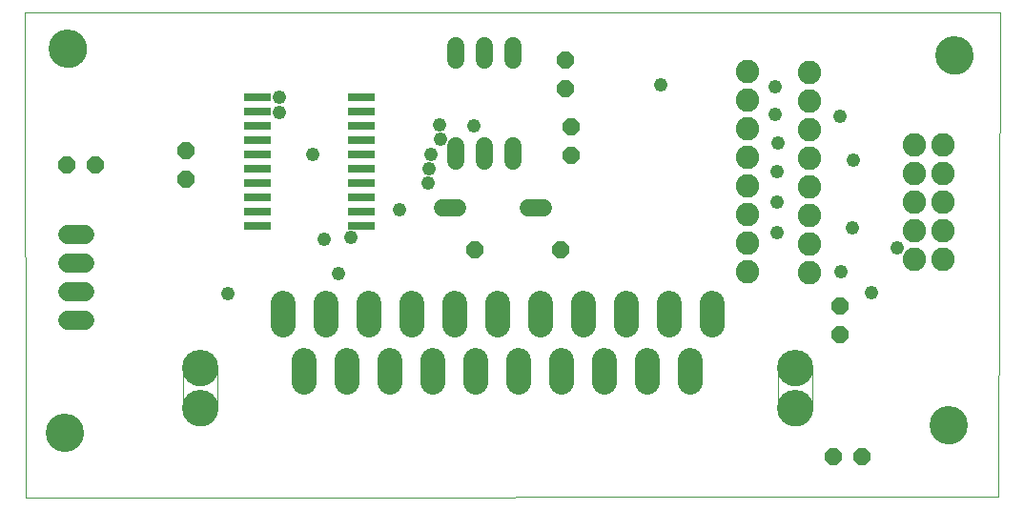
<source format=gts>
G75*
%MOIN*%
%OFA0B0*%
%FSLAX25Y25*%
%IPPOS*%
%LPD*%
%AMOC8*
5,1,8,0,0,1.08239X$1,22.5*
%
%ADD10C,0.00000*%
%ADD11C,0.13398*%
%ADD12OC8,0.06000*%
%ADD13C,0.06000*%
%ADD14C,0.00009*%
%ADD15C,0.08600*%
%ADD16C,0.12700*%
%ADD17C,0.08200*%
%ADD18C,0.06800*%
%ADD19R,0.09461X0.03162*%
%ADD20C,0.04800*%
D10*
X0002378Y0001591D02*
X0001984Y0171394D01*
X0343008Y0171394D01*
X0342614Y0001984D01*
X0002378Y0001591D01*
X0009780Y0024346D02*
X0009782Y0024504D01*
X0009788Y0024662D01*
X0009798Y0024820D01*
X0009812Y0024978D01*
X0009830Y0025135D01*
X0009851Y0025292D01*
X0009877Y0025448D01*
X0009907Y0025604D01*
X0009940Y0025759D01*
X0009978Y0025912D01*
X0010019Y0026065D01*
X0010064Y0026217D01*
X0010113Y0026368D01*
X0010166Y0026517D01*
X0010222Y0026665D01*
X0010282Y0026811D01*
X0010346Y0026956D01*
X0010414Y0027099D01*
X0010485Y0027241D01*
X0010559Y0027381D01*
X0010637Y0027518D01*
X0010719Y0027654D01*
X0010803Y0027788D01*
X0010892Y0027919D01*
X0010983Y0028048D01*
X0011078Y0028175D01*
X0011175Y0028300D01*
X0011276Y0028422D01*
X0011380Y0028541D01*
X0011487Y0028658D01*
X0011597Y0028772D01*
X0011710Y0028883D01*
X0011825Y0028992D01*
X0011943Y0029097D01*
X0012064Y0029199D01*
X0012187Y0029299D01*
X0012313Y0029395D01*
X0012441Y0029488D01*
X0012571Y0029578D01*
X0012704Y0029664D01*
X0012839Y0029748D01*
X0012975Y0029827D01*
X0013114Y0029904D01*
X0013255Y0029976D01*
X0013397Y0030046D01*
X0013541Y0030111D01*
X0013687Y0030173D01*
X0013834Y0030231D01*
X0013983Y0030286D01*
X0014133Y0030337D01*
X0014284Y0030384D01*
X0014436Y0030427D01*
X0014589Y0030466D01*
X0014744Y0030502D01*
X0014899Y0030533D01*
X0015055Y0030561D01*
X0015211Y0030585D01*
X0015368Y0030605D01*
X0015526Y0030621D01*
X0015683Y0030633D01*
X0015842Y0030641D01*
X0016000Y0030645D01*
X0016158Y0030645D01*
X0016316Y0030641D01*
X0016475Y0030633D01*
X0016632Y0030621D01*
X0016790Y0030605D01*
X0016947Y0030585D01*
X0017103Y0030561D01*
X0017259Y0030533D01*
X0017414Y0030502D01*
X0017569Y0030466D01*
X0017722Y0030427D01*
X0017874Y0030384D01*
X0018025Y0030337D01*
X0018175Y0030286D01*
X0018324Y0030231D01*
X0018471Y0030173D01*
X0018617Y0030111D01*
X0018761Y0030046D01*
X0018903Y0029976D01*
X0019044Y0029904D01*
X0019183Y0029827D01*
X0019319Y0029748D01*
X0019454Y0029664D01*
X0019587Y0029578D01*
X0019717Y0029488D01*
X0019845Y0029395D01*
X0019971Y0029299D01*
X0020094Y0029199D01*
X0020215Y0029097D01*
X0020333Y0028992D01*
X0020448Y0028883D01*
X0020561Y0028772D01*
X0020671Y0028658D01*
X0020778Y0028541D01*
X0020882Y0028422D01*
X0020983Y0028300D01*
X0021080Y0028175D01*
X0021175Y0028048D01*
X0021266Y0027919D01*
X0021355Y0027788D01*
X0021439Y0027654D01*
X0021521Y0027518D01*
X0021599Y0027381D01*
X0021673Y0027241D01*
X0021744Y0027099D01*
X0021812Y0026956D01*
X0021876Y0026811D01*
X0021936Y0026665D01*
X0021992Y0026517D01*
X0022045Y0026368D01*
X0022094Y0026217D01*
X0022139Y0026065D01*
X0022180Y0025912D01*
X0022218Y0025759D01*
X0022251Y0025604D01*
X0022281Y0025448D01*
X0022307Y0025292D01*
X0022328Y0025135D01*
X0022346Y0024978D01*
X0022360Y0024820D01*
X0022370Y0024662D01*
X0022376Y0024504D01*
X0022378Y0024346D01*
X0022376Y0024188D01*
X0022370Y0024030D01*
X0022360Y0023872D01*
X0022346Y0023714D01*
X0022328Y0023557D01*
X0022307Y0023400D01*
X0022281Y0023244D01*
X0022251Y0023088D01*
X0022218Y0022933D01*
X0022180Y0022780D01*
X0022139Y0022627D01*
X0022094Y0022475D01*
X0022045Y0022324D01*
X0021992Y0022175D01*
X0021936Y0022027D01*
X0021876Y0021881D01*
X0021812Y0021736D01*
X0021744Y0021593D01*
X0021673Y0021451D01*
X0021599Y0021311D01*
X0021521Y0021174D01*
X0021439Y0021038D01*
X0021355Y0020904D01*
X0021266Y0020773D01*
X0021175Y0020644D01*
X0021080Y0020517D01*
X0020983Y0020392D01*
X0020882Y0020270D01*
X0020778Y0020151D01*
X0020671Y0020034D01*
X0020561Y0019920D01*
X0020448Y0019809D01*
X0020333Y0019700D01*
X0020215Y0019595D01*
X0020094Y0019493D01*
X0019971Y0019393D01*
X0019845Y0019297D01*
X0019717Y0019204D01*
X0019587Y0019114D01*
X0019454Y0019028D01*
X0019319Y0018944D01*
X0019183Y0018865D01*
X0019044Y0018788D01*
X0018903Y0018716D01*
X0018761Y0018646D01*
X0018617Y0018581D01*
X0018471Y0018519D01*
X0018324Y0018461D01*
X0018175Y0018406D01*
X0018025Y0018355D01*
X0017874Y0018308D01*
X0017722Y0018265D01*
X0017569Y0018226D01*
X0017414Y0018190D01*
X0017259Y0018159D01*
X0017103Y0018131D01*
X0016947Y0018107D01*
X0016790Y0018087D01*
X0016632Y0018071D01*
X0016475Y0018059D01*
X0016316Y0018051D01*
X0016158Y0018047D01*
X0016000Y0018047D01*
X0015842Y0018051D01*
X0015683Y0018059D01*
X0015526Y0018071D01*
X0015368Y0018087D01*
X0015211Y0018107D01*
X0015055Y0018131D01*
X0014899Y0018159D01*
X0014744Y0018190D01*
X0014589Y0018226D01*
X0014436Y0018265D01*
X0014284Y0018308D01*
X0014133Y0018355D01*
X0013983Y0018406D01*
X0013834Y0018461D01*
X0013687Y0018519D01*
X0013541Y0018581D01*
X0013397Y0018646D01*
X0013255Y0018716D01*
X0013114Y0018788D01*
X0012975Y0018865D01*
X0012839Y0018944D01*
X0012704Y0019028D01*
X0012571Y0019114D01*
X0012441Y0019204D01*
X0012313Y0019297D01*
X0012187Y0019393D01*
X0012064Y0019493D01*
X0011943Y0019595D01*
X0011825Y0019700D01*
X0011710Y0019809D01*
X0011597Y0019920D01*
X0011487Y0020034D01*
X0011380Y0020151D01*
X0011276Y0020270D01*
X0011175Y0020392D01*
X0011078Y0020517D01*
X0010983Y0020644D01*
X0010892Y0020773D01*
X0010803Y0020904D01*
X0010719Y0021038D01*
X0010637Y0021174D01*
X0010559Y0021311D01*
X0010485Y0021451D01*
X0010414Y0021593D01*
X0010346Y0021736D01*
X0010282Y0021881D01*
X0010222Y0022027D01*
X0010166Y0022175D01*
X0010113Y0022324D01*
X0010064Y0022475D01*
X0010019Y0022627D01*
X0009978Y0022780D01*
X0009940Y0022933D01*
X0009907Y0023088D01*
X0009877Y0023244D01*
X0009851Y0023400D01*
X0009830Y0023557D01*
X0009812Y0023714D01*
X0009798Y0023872D01*
X0009788Y0024030D01*
X0009782Y0024188D01*
X0009780Y0024346D01*
X0057428Y0032921D02*
X0057430Y0033075D01*
X0057436Y0033229D01*
X0057446Y0033382D01*
X0057460Y0033535D01*
X0057478Y0033688D01*
X0057499Y0033840D01*
X0057525Y0033992D01*
X0057555Y0034143D01*
X0057588Y0034293D01*
X0057626Y0034442D01*
X0057667Y0034591D01*
X0057712Y0034738D01*
X0057761Y0034884D01*
X0057814Y0035028D01*
X0057870Y0035171D01*
X0057930Y0035313D01*
X0057994Y0035453D01*
X0058061Y0035591D01*
X0058132Y0035728D01*
X0058206Y0035863D01*
X0058284Y0035995D01*
X0058365Y0036126D01*
X0058450Y0036255D01*
X0058537Y0036381D01*
X0058628Y0036505D01*
X0058723Y0036626D01*
X0058820Y0036746D01*
X0058920Y0036862D01*
X0059024Y0036976D01*
X0059130Y0037087D01*
X0059239Y0037196D01*
X0059351Y0037301D01*
X0059466Y0037404D01*
X0059583Y0037504D01*
X0059703Y0037600D01*
X0059825Y0037694D01*
X0059949Y0037784D01*
X0060076Y0037871D01*
X0060205Y0037955D01*
X0060337Y0038035D01*
X0060470Y0038112D01*
X0060605Y0038185D01*
X0060742Y0038255D01*
X0060881Y0038322D01*
X0061021Y0038384D01*
X0061163Y0038443D01*
X0061307Y0038499D01*
X0061452Y0038551D01*
X0061598Y0038598D01*
X0061745Y0038643D01*
X0061894Y0038683D01*
X0062043Y0038719D01*
X0062194Y0038752D01*
X0062345Y0038781D01*
X0062497Y0038805D01*
X0062649Y0038826D01*
X0062802Y0038843D01*
X0062955Y0038856D01*
X0063109Y0038865D01*
X0063263Y0038870D01*
X0063416Y0038871D01*
X0063570Y0038868D01*
X0063724Y0038861D01*
X0063877Y0038850D01*
X0064031Y0038835D01*
X0064183Y0038816D01*
X0064335Y0038793D01*
X0064487Y0038767D01*
X0064638Y0038736D01*
X0064788Y0038702D01*
X0064937Y0038663D01*
X0065084Y0038621D01*
X0065231Y0038575D01*
X0065377Y0038525D01*
X0065521Y0038472D01*
X0065664Y0038414D01*
X0065805Y0038353D01*
X0065945Y0038289D01*
X0066083Y0038221D01*
X0066219Y0038149D01*
X0066353Y0038074D01*
X0066485Y0037995D01*
X0066615Y0037913D01*
X0066743Y0037828D01*
X0066869Y0037739D01*
X0066992Y0037647D01*
X0067113Y0037552D01*
X0067232Y0037454D01*
X0067348Y0037353D01*
X0067461Y0037249D01*
X0067572Y0037142D01*
X0067679Y0037032D01*
X0067784Y0036919D01*
X0067886Y0036804D01*
X0067985Y0036686D01*
X0068081Y0036566D01*
X0068174Y0036443D01*
X0068263Y0036318D01*
X0068349Y0036191D01*
X0068432Y0036061D01*
X0068512Y0035929D01*
X0068588Y0035796D01*
X0068660Y0035660D01*
X0068729Y0035522D01*
X0068795Y0035383D01*
X0068857Y0035242D01*
X0068915Y0035100D01*
X0068969Y0034956D01*
X0069020Y0034811D01*
X0069067Y0034664D01*
X0069110Y0034517D01*
X0069149Y0034368D01*
X0069185Y0034218D01*
X0069216Y0034068D01*
X0069244Y0033916D01*
X0069268Y0033764D01*
X0069288Y0033612D01*
X0069304Y0033459D01*
X0069316Y0033305D01*
X0069324Y0033152D01*
X0069328Y0032998D01*
X0069328Y0032844D01*
X0069324Y0032690D01*
X0069316Y0032537D01*
X0069304Y0032383D01*
X0069288Y0032230D01*
X0069268Y0032078D01*
X0069244Y0031926D01*
X0069216Y0031774D01*
X0069185Y0031624D01*
X0069149Y0031474D01*
X0069110Y0031325D01*
X0069067Y0031178D01*
X0069020Y0031031D01*
X0068969Y0030886D01*
X0068915Y0030742D01*
X0068857Y0030600D01*
X0068795Y0030459D01*
X0068729Y0030320D01*
X0068660Y0030182D01*
X0068588Y0030046D01*
X0068512Y0029913D01*
X0068432Y0029781D01*
X0068349Y0029651D01*
X0068263Y0029524D01*
X0068174Y0029399D01*
X0068081Y0029276D01*
X0067985Y0029156D01*
X0067886Y0029038D01*
X0067784Y0028923D01*
X0067679Y0028810D01*
X0067572Y0028700D01*
X0067461Y0028593D01*
X0067348Y0028489D01*
X0067232Y0028388D01*
X0067113Y0028290D01*
X0066992Y0028195D01*
X0066869Y0028103D01*
X0066743Y0028014D01*
X0066615Y0027929D01*
X0066485Y0027847D01*
X0066353Y0027768D01*
X0066219Y0027693D01*
X0066083Y0027621D01*
X0065945Y0027553D01*
X0065805Y0027489D01*
X0065664Y0027428D01*
X0065521Y0027370D01*
X0065377Y0027317D01*
X0065231Y0027267D01*
X0065084Y0027221D01*
X0064937Y0027179D01*
X0064788Y0027140D01*
X0064638Y0027106D01*
X0064487Y0027075D01*
X0064335Y0027049D01*
X0064183Y0027026D01*
X0064031Y0027007D01*
X0063877Y0026992D01*
X0063724Y0026981D01*
X0063570Y0026974D01*
X0063416Y0026971D01*
X0063263Y0026972D01*
X0063109Y0026977D01*
X0062955Y0026986D01*
X0062802Y0026999D01*
X0062649Y0027016D01*
X0062497Y0027037D01*
X0062345Y0027061D01*
X0062194Y0027090D01*
X0062043Y0027123D01*
X0061894Y0027159D01*
X0061745Y0027199D01*
X0061598Y0027244D01*
X0061452Y0027291D01*
X0061307Y0027343D01*
X0061163Y0027399D01*
X0061021Y0027458D01*
X0060881Y0027520D01*
X0060742Y0027587D01*
X0060605Y0027657D01*
X0060470Y0027730D01*
X0060337Y0027807D01*
X0060205Y0027887D01*
X0060076Y0027971D01*
X0059949Y0028058D01*
X0059825Y0028148D01*
X0059703Y0028242D01*
X0059583Y0028338D01*
X0059466Y0028438D01*
X0059351Y0028541D01*
X0059239Y0028646D01*
X0059130Y0028755D01*
X0059024Y0028866D01*
X0058920Y0028980D01*
X0058820Y0029096D01*
X0058723Y0029216D01*
X0058628Y0029337D01*
X0058537Y0029461D01*
X0058450Y0029587D01*
X0058365Y0029716D01*
X0058284Y0029847D01*
X0058206Y0029979D01*
X0058132Y0030114D01*
X0058061Y0030251D01*
X0057994Y0030389D01*
X0057930Y0030529D01*
X0057870Y0030671D01*
X0057814Y0030814D01*
X0057761Y0030958D01*
X0057712Y0031104D01*
X0057667Y0031251D01*
X0057626Y0031400D01*
X0057588Y0031549D01*
X0057555Y0031699D01*
X0057525Y0031850D01*
X0057499Y0032002D01*
X0057478Y0032154D01*
X0057460Y0032307D01*
X0057446Y0032460D01*
X0057436Y0032613D01*
X0057430Y0032767D01*
X0057428Y0032921D01*
X0057378Y0032921D02*
X0057380Y0032768D01*
X0057386Y0032615D01*
X0057396Y0032462D01*
X0057409Y0032309D01*
X0057427Y0032157D01*
X0057448Y0032005D01*
X0057474Y0031854D01*
X0057503Y0031704D01*
X0057536Y0031554D01*
X0057573Y0031405D01*
X0057613Y0031257D01*
X0057658Y0031111D01*
X0057706Y0030965D01*
X0057758Y0030821D01*
X0057813Y0030678D01*
X0057872Y0030537D01*
X0057935Y0030397D01*
X0058001Y0030259D01*
X0058071Y0030122D01*
X0058144Y0029988D01*
X0058221Y0029855D01*
X0058301Y0029724D01*
X0058384Y0029596D01*
X0058470Y0029469D01*
X0058560Y0029345D01*
X0058653Y0029223D01*
X0058749Y0029104D01*
X0058848Y0028987D01*
X0058950Y0028872D01*
X0059055Y0028760D01*
X0059163Y0028651D01*
X0059273Y0028545D01*
X0059386Y0028442D01*
X0059502Y0028341D01*
X0059620Y0028244D01*
X0059741Y0028149D01*
X0059864Y0028058D01*
X0059989Y0027970D01*
X0060117Y0027885D01*
X0060246Y0027803D01*
X0060378Y0027725D01*
X0060512Y0027650D01*
X0060647Y0027578D01*
X0060785Y0027510D01*
X0060924Y0027446D01*
X0061064Y0027385D01*
X0061206Y0027328D01*
X0061350Y0027274D01*
X0061495Y0027224D01*
X0061641Y0027178D01*
X0061788Y0027135D01*
X0061936Y0027097D01*
X0062086Y0027062D01*
X0062236Y0027031D01*
X0062386Y0027003D01*
X0062538Y0026980D01*
X0062690Y0026961D01*
X0062842Y0026945D01*
X0062995Y0026933D01*
X0063148Y0026925D01*
X0063301Y0026921D01*
X0063455Y0026921D01*
X0063608Y0026925D01*
X0063761Y0026933D01*
X0063914Y0026945D01*
X0064066Y0026961D01*
X0064218Y0026980D01*
X0064370Y0027003D01*
X0064520Y0027031D01*
X0064670Y0027062D01*
X0064820Y0027097D01*
X0064968Y0027135D01*
X0065115Y0027178D01*
X0065261Y0027224D01*
X0065406Y0027274D01*
X0065550Y0027328D01*
X0065692Y0027385D01*
X0065832Y0027446D01*
X0065971Y0027510D01*
X0066109Y0027578D01*
X0066244Y0027650D01*
X0066378Y0027725D01*
X0066510Y0027803D01*
X0066639Y0027885D01*
X0066767Y0027970D01*
X0066892Y0028058D01*
X0067015Y0028149D01*
X0067136Y0028244D01*
X0067254Y0028341D01*
X0067370Y0028442D01*
X0067483Y0028545D01*
X0067593Y0028651D01*
X0067701Y0028760D01*
X0067806Y0028872D01*
X0067908Y0028987D01*
X0068007Y0029104D01*
X0068103Y0029223D01*
X0068196Y0029345D01*
X0068286Y0029469D01*
X0068372Y0029596D01*
X0068455Y0029724D01*
X0068535Y0029855D01*
X0068612Y0029988D01*
X0068685Y0030122D01*
X0068755Y0030259D01*
X0068821Y0030397D01*
X0068884Y0030537D01*
X0068943Y0030678D01*
X0068998Y0030821D01*
X0069050Y0030965D01*
X0069098Y0031111D01*
X0069143Y0031257D01*
X0069183Y0031405D01*
X0069220Y0031554D01*
X0069253Y0031704D01*
X0069282Y0031854D01*
X0069308Y0032005D01*
X0069329Y0032157D01*
X0069347Y0032309D01*
X0069360Y0032462D01*
X0069370Y0032615D01*
X0069376Y0032768D01*
X0069378Y0032921D01*
X0057428Y0046921D02*
X0057430Y0047075D01*
X0057436Y0047229D01*
X0057446Y0047382D01*
X0057460Y0047535D01*
X0057478Y0047688D01*
X0057499Y0047840D01*
X0057525Y0047992D01*
X0057555Y0048143D01*
X0057588Y0048293D01*
X0057626Y0048442D01*
X0057667Y0048591D01*
X0057712Y0048738D01*
X0057761Y0048884D01*
X0057814Y0049028D01*
X0057870Y0049171D01*
X0057930Y0049313D01*
X0057994Y0049453D01*
X0058061Y0049591D01*
X0058132Y0049728D01*
X0058206Y0049863D01*
X0058284Y0049995D01*
X0058365Y0050126D01*
X0058450Y0050255D01*
X0058537Y0050381D01*
X0058628Y0050505D01*
X0058723Y0050626D01*
X0058820Y0050746D01*
X0058920Y0050862D01*
X0059024Y0050976D01*
X0059130Y0051087D01*
X0059239Y0051196D01*
X0059351Y0051301D01*
X0059466Y0051404D01*
X0059583Y0051504D01*
X0059703Y0051600D01*
X0059825Y0051694D01*
X0059949Y0051784D01*
X0060076Y0051871D01*
X0060205Y0051955D01*
X0060337Y0052035D01*
X0060470Y0052112D01*
X0060605Y0052185D01*
X0060742Y0052255D01*
X0060881Y0052322D01*
X0061021Y0052384D01*
X0061163Y0052443D01*
X0061307Y0052499D01*
X0061452Y0052551D01*
X0061598Y0052598D01*
X0061745Y0052643D01*
X0061894Y0052683D01*
X0062043Y0052719D01*
X0062194Y0052752D01*
X0062345Y0052781D01*
X0062497Y0052805D01*
X0062649Y0052826D01*
X0062802Y0052843D01*
X0062955Y0052856D01*
X0063109Y0052865D01*
X0063263Y0052870D01*
X0063416Y0052871D01*
X0063570Y0052868D01*
X0063724Y0052861D01*
X0063877Y0052850D01*
X0064031Y0052835D01*
X0064183Y0052816D01*
X0064335Y0052793D01*
X0064487Y0052767D01*
X0064638Y0052736D01*
X0064788Y0052702D01*
X0064937Y0052663D01*
X0065084Y0052621D01*
X0065231Y0052575D01*
X0065377Y0052525D01*
X0065521Y0052472D01*
X0065664Y0052414D01*
X0065805Y0052353D01*
X0065945Y0052289D01*
X0066083Y0052221D01*
X0066219Y0052149D01*
X0066353Y0052074D01*
X0066485Y0051995D01*
X0066615Y0051913D01*
X0066743Y0051828D01*
X0066869Y0051739D01*
X0066992Y0051647D01*
X0067113Y0051552D01*
X0067232Y0051454D01*
X0067348Y0051353D01*
X0067461Y0051249D01*
X0067572Y0051142D01*
X0067679Y0051032D01*
X0067784Y0050919D01*
X0067886Y0050804D01*
X0067985Y0050686D01*
X0068081Y0050566D01*
X0068174Y0050443D01*
X0068263Y0050318D01*
X0068349Y0050191D01*
X0068432Y0050061D01*
X0068512Y0049929D01*
X0068588Y0049796D01*
X0068660Y0049660D01*
X0068729Y0049522D01*
X0068795Y0049383D01*
X0068857Y0049242D01*
X0068915Y0049100D01*
X0068969Y0048956D01*
X0069020Y0048811D01*
X0069067Y0048664D01*
X0069110Y0048517D01*
X0069149Y0048368D01*
X0069185Y0048218D01*
X0069216Y0048068D01*
X0069244Y0047916D01*
X0069268Y0047764D01*
X0069288Y0047612D01*
X0069304Y0047459D01*
X0069316Y0047305D01*
X0069324Y0047152D01*
X0069328Y0046998D01*
X0069328Y0046844D01*
X0069324Y0046690D01*
X0069316Y0046537D01*
X0069304Y0046383D01*
X0069288Y0046230D01*
X0069268Y0046078D01*
X0069244Y0045926D01*
X0069216Y0045774D01*
X0069185Y0045624D01*
X0069149Y0045474D01*
X0069110Y0045325D01*
X0069067Y0045178D01*
X0069020Y0045031D01*
X0068969Y0044886D01*
X0068915Y0044742D01*
X0068857Y0044600D01*
X0068795Y0044459D01*
X0068729Y0044320D01*
X0068660Y0044182D01*
X0068588Y0044046D01*
X0068512Y0043913D01*
X0068432Y0043781D01*
X0068349Y0043651D01*
X0068263Y0043524D01*
X0068174Y0043399D01*
X0068081Y0043276D01*
X0067985Y0043156D01*
X0067886Y0043038D01*
X0067784Y0042923D01*
X0067679Y0042810D01*
X0067572Y0042700D01*
X0067461Y0042593D01*
X0067348Y0042489D01*
X0067232Y0042388D01*
X0067113Y0042290D01*
X0066992Y0042195D01*
X0066869Y0042103D01*
X0066743Y0042014D01*
X0066615Y0041929D01*
X0066485Y0041847D01*
X0066353Y0041768D01*
X0066219Y0041693D01*
X0066083Y0041621D01*
X0065945Y0041553D01*
X0065805Y0041489D01*
X0065664Y0041428D01*
X0065521Y0041370D01*
X0065377Y0041317D01*
X0065231Y0041267D01*
X0065084Y0041221D01*
X0064937Y0041179D01*
X0064788Y0041140D01*
X0064638Y0041106D01*
X0064487Y0041075D01*
X0064335Y0041049D01*
X0064183Y0041026D01*
X0064031Y0041007D01*
X0063877Y0040992D01*
X0063724Y0040981D01*
X0063570Y0040974D01*
X0063416Y0040971D01*
X0063263Y0040972D01*
X0063109Y0040977D01*
X0062955Y0040986D01*
X0062802Y0040999D01*
X0062649Y0041016D01*
X0062497Y0041037D01*
X0062345Y0041061D01*
X0062194Y0041090D01*
X0062043Y0041123D01*
X0061894Y0041159D01*
X0061745Y0041199D01*
X0061598Y0041244D01*
X0061452Y0041291D01*
X0061307Y0041343D01*
X0061163Y0041399D01*
X0061021Y0041458D01*
X0060881Y0041520D01*
X0060742Y0041587D01*
X0060605Y0041657D01*
X0060470Y0041730D01*
X0060337Y0041807D01*
X0060205Y0041887D01*
X0060076Y0041971D01*
X0059949Y0042058D01*
X0059825Y0042148D01*
X0059703Y0042242D01*
X0059583Y0042338D01*
X0059466Y0042438D01*
X0059351Y0042541D01*
X0059239Y0042646D01*
X0059130Y0042755D01*
X0059024Y0042866D01*
X0058920Y0042980D01*
X0058820Y0043096D01*
X0058723Y0043216D01*
X0058628Y0043337D01*
X0058537Y0043461D01*
X0058450Y0043587D01*
X0058365Y0043716D01*
X0058284Y0043847D01*
X0058206Y0043979D01*
X0058132Y0044114D01*
X0058061Y0044251D01*
X0057994Y0044389D01*
X0057930Y0044529D01*
X0057870Y0044671D01*
X0057814Y0044814D01*
X0057761Y0044958D01*
X0057712Y0045104D01*
X0057667Y0045251D01*
X0057626Y0045400D01*
X0057588Y0045549D01*
X0057555Y0045699D01*
X0057525Y0045850D01*
X0057499Y0046002D01*
X0057478Y0046154D01*
X0057460Y0046307D01*
X0057446Y0046460D01*
X0057436Y0046613D01*
X0057430Y0046767D01*
X0057428Y0046921D01*
X0057378Y0046921D02*
X0057380Y0047074D01*
X0057386Y0047227D01*
X0057396Y0047380D01*
X0057409Y0047533D01*
X0057427Y0047685D01*
X0057448Y0047837D01*
X0057474Y0047988D01*
X0057503Y0048138D01*
X0057536Y0048288D01*
X0057573Y0048437D01*
X0057613Y0048585D01*
X0057658Y0048731D01*
X0057706Y0048877D01*
X0057758Y0049021D01*
X0057813Y0049164D01*
X0057872Y0049305D01*
X0057935Y0049445D01*
X0058001Y0049583D01*
X0058071Y0049720D01*
X0058144Y0049854D01*
X0058221Y0049987D01*
X0058301Y0050118D01*
X0058384Y0050246D01*
X0058470Y0050373D01*
X0058560Y0050497D01*
X0058653Y0050619D01*
X0058749Y0050738D01*
X0058848Y0050855D01*
X0058950Y0050970D01*
X0059055Y0051082D01*
X0059163Y0051191D01*
X0059273Y0051297D01*
X0059386Y0051400D01*
X0059502Y0051501D01*
X0059620Y0051598D01*
X0059741Y0051693D01*
X0059864Y0051784D01*
X0059989Y0051872D01*
X0060117Y0051957D01*
X0060246Y0052039D01*
X0060378Y0052117D01*
X0060512Y0052192D01*
X0060647Y0052264D01*
X0060785Y0052332D01*
X0060924Y0052396D01*
X0061064Y0052457D01*
X0061206Y0052514D01*
X0061350Y0052568D01*
X0061495Y0052618D01*
X0061641Y0052664D01*
X0061788Y0052707D01*
X0061936Y0052745D01*
X0062086Y0052780D01*
X0062236Y0052811D01*
X0062386Y0052839D01*
X0062538Y0052862D01*
X0062690Y0052881D01*
X0062842Y0052897D01*
X0062995Y0052909D01*
X0063148Y0052917D01*
X0063301Y0052921D01*
X0063455Y0052921D01*
X0063608Y0052917D01*
X0063761Y0052909D01*
X0063914Y0052897D01*
X0064066Y0052881D01*
X0064218Y0052862D01*
X0064370Y0052839D01*
X0064520Y0052811D01*
X0064670Y0052780D01*
X0064820Y0052745D01*
X0064968Y0052707D01*
X0065115Y0052664D01*
X0065261Y0052618D01*
X0065406Y0052568D01*
X0065550Y0052514D01*
X0065692Y0052457D01*
X0065832Y0052396D01*
X0065971Y0052332D01*
X0066109Y0052264D01*
X0066244Y0052192D01*
X0066378Y0052117D01*
X0066510Y0052039D01*
X0066639Y0051957D01*
X0066767Y0051872D01*
X0066892Y0051784D01*
X0067015Y0051693D01*
X0067136Y0051598D01*
X0067254Y0051501D01*
X0067370Y0051400D01*
X0067483Y0051297D01*
X0067593Y0051191D01*
X0067701Y0051082D01*
X0067806Y0050970D01*
X0067908Y0050855D01*
X0068007Y0050738D01*
X0068103Y0050619D01*
X0068196Y0050497D01*
X0068286Y0050373D01*
X0068372Y0050246D01*
X0068455Y0050118D01*
X0068535Y0049987D01*
X0068612Y0049854D01*
X0068685Y0049720D01*
X0068755Y0049583D01*
X0068821Y0049445D01*
X0068884Y0049305D01*
X0068943Y0049164D01*
X0068998Y0049021D01*
X0069050Y0048877D01*
X0069098Y0048731D01*
X0069143Y0048585D01*
X0069183Y0048437D01*
X0069220Y0048288D01*
X0069253Y0048138D01*
X0069282Y0047988D01*
X0069308Y0047837D01*
X0069329Y0047685D01*
X0069347Y0047533D01*
X0069360Y0047380D01*
X0069370Y0047227D01*
X0069376Y0047074D01*
X0069378Y0046921D01*
X0265428Y0046921D02*
X0265430Y0047075D01*
X0265436Y0047229D01*
X0265446Y0047382D01*
X0265460Y0047535D01*
X0265478Y0047688D01*
X0265499Y0047840D01*
X0265525Y0047992D01*
X0265555Y0048143D01*
X0265588Y0048293D01*
X0265626Y0048442D01*
X0265667Y0048591D01*
X0265712Y0048738D01*
X0265761Y0048884D01*
X0265814Y0049028D01*
X0265870Y0049171D01*
X0265930Y0049313D01*
X0265994Y0049453D01*
X0266061Y0049591D01*
X0266132Y0049728D01*
X0266206Y0049863D01*
X0266284Y0049995D01*
X0266365Y0050126D01*
X0266450Y0050255D01*
X0266537Y0050381D01*
X0266628Y0050505D01*
X0266723Y0050626D01*
X0266820Y0050746D01*
X0266920Y0050862D01*
X0267024Y0050976D01*
X0267130Y0051087D01*
X0267239Y0051196D01*
X0267351Y0051301D01*
X0267466Y0051404D01*
X0267583Y0051504D01*
X0267703Y0051600D01*
X0267825Y0051694D01*
X0267949Y0051784D01*
X0268076Y0051871D01*
X0268205Y0051955D01*
X0268337Y0052035D01*
X0268470Y0052112D01*
X0268605Y0052185D01*
X0268742Y0052255D01*
X0268881Y0052322D01*
X0269021Y0052384D01*
X0269163Y0052443D01*
X0269307Y0052499D01*
X0269452Y0052551D01*
X0269598Y0052598D01*
X0269745Y0052643D01*
X0269894Y0052683D01*
X0270043Y0052719D01*
X0270194Y0052752D01*
X0270345Y0052781D01*
X0270497Y0052805D01*
X0270649Y0052826D01*
X0270802Y0052843D01*
X0270955Y0052856D01*
X0271109Y0052865D01*
X0271263Y0052870D01*
X0271416Y0052871D01*
X0271570Y0052868D01*
X0271724Y0052861D01*
X0271877Y0052850D01*
X0272031Y0052835D01*
X0272183Y0052816D01*
X0272335Y0052793D01*
X0272487Y0052767D01*
X0272638Y0052736D01*
X0272788Y0052702D01*
X0272937Y0052663D01*
X0273084Y0052621D01*
X0273231Y0052575D01*
X0273377Y0052525D01*
X0273521Y0052472D01*
X0273664Y0052414D01*
X0273805Y0052353D01*
X0273945Y0052289D01*
X0274083Y0052221D01*
X0274219Y0052149D01*
X0274353Y0052074D01*
X0274485Y0051995D01*
X0274615Y0051913D01*
X0274743Y0051828D01*
X0274869Y0051739D01*
X0274992Y0051647D01*
X0275113Y0051552D01*
X0275232Y0051454D01*
X0275348Y0051353D01*
X0275461Y0051249D01*
X0275572Y0051142D01*
X0275679Y0051032D01*
X0275784Y0050919D01*
X0275886Y0050804D01*
X0275985Y0050686D01*
X0276081Y0050566D01*
X0276174Y0050443D01*
X0276263Y0050318D01*
X0276349Y0050191D01*
X0276432Y0050061D01*
X0276512Y0049929D01*
X0276588Y0049796D01*
X0276660Y0049660D01*
X0276729Y0049522D01*
X0276795Y0049383D01*
X0276857Y0049242D01*
X0276915Y0049100D01*
X0276969Y0048956D01*
X0277020Y0048811D01*
X0277067Y0048664D01*
X0277110Y0048517D01*
X0277149Y0048368D01*
X0277185Y0048218D01*
X0277216Y0048068D01*
X0277244Y0047916D01*
X0277268Y0047764D01*
X0277288Y0047612D01*
X0277304Y0047459D01*
X0277316Y0047305D01*
X0277324Y0047152D01*
X0277328Y0046998D01*
X0277328Y0046844D01*
X0277324Y0046690D01*
X0277316Y0046537D01*
X0277304Y0046383D01*
X0277288Y0046230D01*
X0277268Y0046078D01*
X0277244Y0045926D01*
X0277216Y0045774D01*
X0277185Y0045624D01*
X0277149Y0045474D01*
X0277110Y0045325D01*
X0277067Y0045178D01*
X0277020Y0045031D01*
X0276969Y0044886D01*
X0276915Y0044742D01*
X0276857Y0044600D01*
X0276795Y0044459D01*
X0276729Y0044320D01*
X0276660Y0044182D01*
X0276588Y0044046D01*
X0276512Y0043913D01*
X0276432Y0043781D01*
X0276349Y0043651D01*
X0276263Y0043524D01*
X0276174Y0043399D01*
X0276081Y0043276D01*
X0275985Y0043156D01*
X0275886Y0043038D01*
X0275784Y0042923D01*
X0275679Y0042810D01*
X0275572Y0042700D01*
X0275461Y0042593D01*
X0275348Y0042489D01*
X0275232Y0042388D01*
X0275113Y0042290D01*
X0274992Y0042195D01*
X0274869Y0042103D01*
X0274743Y0042014D01*
X0274615Y0041929D01*
X0274485Y0041847D01*
X0274353Y0041768D01*
X0274219Y0041693D01*
X0274083Y0041621D01*
X0273945Y0041553D01*
X0273805Y0041489D01*
X0273664Y0041428D01*
X0273521Y0041370D01*
X0273377Y0041317D01*
X0273231Y0041267D01*
X0273084Y0041221D01*
X0272937Y0041179D01*
X0272788Y0041140D01*
X0272638Y0041106D01*
X0272487Y0041075D01*
X0272335Y0041049D01*
X0272183Y0041026D01*
X0272031Y0041007D01*
X0271877Y0040992D01*
X0271724Y0040981D01*
X0271570Y0040974D01*
X0271416Y0040971D01*
X0271263Y0040972D01*
X0271109Y0040977D01*
X0270955Y0040986D01*
X0270802Y0040999D01*
X0270649Y0041016D01*
X0270497Y0041037D01*
X0270345Y0041061D01*
X0270194Y0041090D01*
X0270043Y0041123D01*
X0269894Y0041159D01*
X0269745Y0041199D01*
X0269598Y0041244D01*
X0269452Y0041291D01*
X0269307Y0041343D01*
X0269163Y0041399D01*
X0269021Y0041458D01*
X0268881Y0041520D01*
X0268742Y0041587D01*
X0268605Y0041657D01*
X0268470Y0041730D01*
X0268337Y0041807D01*
X0268205Y0041887D01*
X0268076Y0041971D01*
X0267949Y0042058D01*
X0267825Y0042148D01*
X0267703Y0042242D01*
X0267583Y0042338D01*
X0267466Y0042438D01*
X0267351Y0042541D01*
X0267239Y0042646D01*
X0267130Y0042755D01*
X0267024Y0042866D01*
X0266920Y0042980D01*
X0266820Y0043096D01*
X0266723Y0043216D01*
X0266628Y0043337D01*
X0266537Y0043461D01*
X0266450Y0043587D01*
X0266365Y0043716D01*
X0266284Y0043847D01*
X0266206Y0043979D01*
X0266132Y0044114D01*
X0266061Y0044251D01*
X0265994Y0044389D01*
X0265930Y0044529D01*
X0265870Y0044671D01*
X0265814Y0044814D01*
X0265761Y0044958D01*
X0265712Y0045104D01*
X0265667Y0045251D01*
X0265626Y0045400D01*
X0265588Y0045549D01*
X0265555Y0045699D01*
X0265525Y0045850D01*
X0265499Y0046002D01*
X0265478Y0046154D01*
X0265460Y0046307D01*
X0265446Y0046460D01*
X0265436Y0046613D01*
X0265430Y0046767D01*
X0265428Y0046921D01*
X0265378Y0046921D02*
X0265380Y0047074D01*
X0265386Y0047227D01*
X0265396Y0047380D01*
X0265409Y0047533D01*
X0265427Y0047685D01*
X0265448Y0047837D01*
X0265474Y0047988D01*
X0265503Y0048138D01*
X0265536Y0048288D01*
X0265573Y0048437D01*
X0265613Y0048585D01*
X0265658Y0048731D01*
X0265706Y0048877D01*
X0265758Y0049021D01*
X0265813Y0049164D01*
X0265872Y0049305D01*
X0265935Y0049445D01*
X0266001Y0049583D01*
X0266071Y0049720D01*
X0266144Y0049854D01*
X0266221Y0049987D01*
X0266301Y0050118D01*
X0266384Y0050246D01*
X0266470Y0050373D01*
X0266560Y0050497D01*
X0266653Y0050619D01*
X0266749Y0050738D01*
X0266848Y0050855D01*
X0266950Y0050970D01*
X0267055Y0051082D01*
X0267163Y0051191D01*
X0267273Y0051297D01*
X0267386Y0051400D01*
X0267502Y0051501D01*
X0267620Y0051598D01*
X0267741Y0051693D01*
X0267864Y0051784D01*
X0267989Y0051872D01*
X0268117Y0051957D01*
X0268246Y0052039D01*
X0268378Y0052117D01*
X0268512Y0052192D01*
X0268647Y0052264D01*
X0268785Y0052332D01*
X0268924Y0052396D01*
X0269064Y0052457D01*
X0269206Y0052514D01*
X0269350Y0052568D01*
X0269495Y0052618D01*
X0269641Y0052664D01*
X0269788Y0052707D01*
X0269936Y0052745D01*
X0270086Y0052780D01*
X0270236Y0052811D01*
X0270386Y0052839D01*
X0270538Y0052862D01*
X0270690Y0052881D01*
X0270842Y0052897D01*
X0270995Y0052909D01*
X0271148Y0052917D01*
X0271301Y0052921D01*
X0271455Y0052921D01*
X0271608Y0052917D01*
X0271761Y0052909D01*
X0271914Y0052897D01*
X0272066Y0052881D01*
X0272218Y0052862D01*
X0272370Y0052839D01*
X0272520Y0052811D01*
X0272670Y0052780D01*
X0272820Y0052745D01*
X0272968Y0052707D01*
X0273115Y0052664D01*
X0273261Y0052618D01*
X0273406Y0052568D01*
X0273550Y0052514D01*
X0273692Y0052457D01*
X0273832Y0052396D01*
X0273971Y0052332D01*
X0274109Y0052264D01*
X0274244Y0052192D01*
X0274378Y0052117D01*
X0274510Y0052039D01*
X0274639Y0051957D01*
X0274767Y0051872D01*
X0274892Y0051784D01*
X0275015Y0051693D01*
X0275136Y0051598D01*
X0275254Y0051501D01*
X0275370Y0051400D01*
X0275483Y0051297D01*
X0275593Y0051191D01*
X0275701Y0051082D01*
X0275806Y0050970D01*
X0275908Y0050855D01*
X0276007Y0050738D01*
X0276103Y0050619D01*
X0276196Y0050497D01*
X0276286Y0050373D01*
X0276372Y0050246D01*
X0276455Y0050118D01*
X0276535Y0049987D01*
X0276612Y0049854D01*
X0276685Y0049720D01*
X0276755Y0049583D01*
X0276821Y0049445D01*
X0276884Y0049305D01*
X0276943Y0049164D01*
X0276998Y0049021D01*
X0277050Y0048877D01*
X0277098Y0048731D01*
X0277143Y0048585D01*
X0277183Y0048437D01*
X0277220Y0048288D01*
X0277253Y0048138D01*
X0277282Y0047988D01*
X0277308Y0047837D01*
X0277329Y0047685D01*
X0277347Y0047533D01*
X0277360Y0047380D01*
X0277370Y0047227D01*
X0277376Y0047074D01*
X0277378Y0046921D01*
X0265428Y0032921D02*
X0265430Y0033075D01*
X0265436Y0033229D01*
X0265446Y0033382D01*
X0265460Y0033535D01*
X0265478Y0033688D01*
X0265499Y0033840D01*
X0265525Y0033992D01*
X0265555Y0034143D01*
X0265588Y0034293D01*
X0265626Y0034442D01*
X0265667Y0034591D01*
X0265712Y0034738D01*
X0265761Y0034884D01*
X0265814Y0035028D01*
X0265870Y0035171D01*
X0265930Y0035313D01*
X0265994Y0035453D01*
X0266061Y0035591D01*
X0266132Y0035728D01*
X0266206Y0035863D01*
X0266284Y0035995D01*
X0266365Y0036126D01*
X0266450Y0036255D01*
X0266537Y0036381D01*
X0266628Y0036505D01*
X0266723Y0036626D01*
X0266820Y0036746D01*
X0266920Y0036862D01*
X0267024Y0036976D01*
X0267130Y0037087D01*
X0267239Y0037196D01*
X0267351Y0037301D01*
X0267466Y0037404D01*
X0267583Y0037504D01*
X0267703Y0037600D01*
X0267825Y0037694D01*
X0267949Y0037784D01*
X0268076Y0037871D01*
X0268205Y0037955D01*
X0268337Y0038035D01*
X0268470Y0038112D01*
X0268605Y0038185D01*
X0268742Y0038255D01*
X0268881Y0038322D01*
X0269021Y0038384D01*
X0269163Y0038443D01*
X0269307Y0038499D01*
X0269452Y0038551D01*
X0269598Y0038598D01*
X0269745Y0038643D01*
X0269894Y0038683D01*
X0270043Y0038719D01*
X0270194Y0038752D01*
X0270345Y0038781D01*
X0270497Y0038805D01*
X0270649Y0038826D01*
X0270802Y0038843D01*
X0270955Y0038856D01*
X0271109Y0038865D01*
X0271263Y0038870D01*
X0271416Y0038871D01*
X0271570Y0038868D01*
X0271724Y0038861D01*
X0271877Y0038850D01*
X0272031Y0038835D01*
X0272183Y0038816D01*
X0272335Y0038793D01*
X0272487Y0038767D01*
X0272638Y0038736D01*
X0272788Y0038702D01*
X0272937Y0038663D01*
X0273084Y0038621D01*
X0273231Y0038575D01*
X0273377Y0038525D01*
X0273521Y0038472D01*
X0273664Y0038414D01*
X0273805Y0038353D01*
X0273945Y0038289D01*
X0274083Y0038221D01*
X0274219Y0038149D01*
X0274353Y0038074D01*
X0274485Y0037995D01*
X0274615Y0037913D01*
X0274743Y0037828D01*
X0274869Y0037739D01*
X0274992Y0037647D01*
X0275113Y0037552D01*
X0275232Y0037454D01*
X0275348Y0037353D01*
X0275461Y0037249D01*
X0275572Y0037142D01*
X0275679Y0037032D01*
X0275784Y0036919D01*
X0275886Y0036804D01*
X0275985Y0036686D01*
X0276081Y0036566D01*
X0276174Y0036443D01*
X0276263Y0036318D01*
X0276349Y0036191D01*
X0276432Y0036061D01*
X0276512Y0035929D01*
X0276588Y0035796D01*
X0276660Y0035660D01*
X0276729Y0035522D01*
X0276795Y0035383D01*
X0276857Y0035242D01*
X0276915Y0035100D01*
X0276969Y0034956D01*
X0277020Y0034811D01*
X0277067Y0034664D01*
X0277110Y0034517D01*
X0277149Y0034368D01*
X0277185Y0034218D01*
X0277216Y0034068D01*
X0277244Y0033916D01*
X0277268Y0033764D01*
X0277288Y0033612D01*
X0277304Y0033459D01*
X0277316Y0033305D01*
X0277324Y0033152D01*
X0277328Y0032998D01*
X0277328Y0032844D01*
X0277324Y0032690D01*
X0277316Y0032537D01*
X0277304Y0032383D01*
X0277288Y0032230D01*
X0277268Y0032078D01*
X0277244Y0031926D01*
X0277216Y0031774D01*
X0277185Y0031624D01*
X0277149Y0031474D01*
X0277110Y0031325D01*
X0277067Y0031178D01*
X0277020Y0031031D01*
X0276969Y0030886D01*
X0276915Y0030742D01*
X0276857Y0030600D01*
X0276795Y0030459D01*
X0276729Y0030320D01*
X0276660Y0030182D01*
X0276588Y0030046D01*
X0276512Y0029913D01*
X0276432Y0029781D01*
X0276349Y0029651D01*
X0276263Y0029524D01*
X0276174Y0029399D01*
X0276081Y0029276D01*
X0275985Y0029156D01*
X0275886Y0029038D01*
X0275784Y0028923D01*
X0275679Y0028810D01*
X0275572Y0028700D01*
X0275461Y0028593D01*
X0275348Y0028489D01*
X0275232Y0028388D01*
X0275113Y0028290D01*
X0274992Y0028195D01*
X0274869Y0028103D01*
X0274743Y0028014D01*
X0274615Y0027929D01*
X0274485Y0027847D01*
X0274353Y0027768D01*
X0274219Y0027693D01*
X0274083Y0027621D01*
X0273945Y0027553D01*
X0273805Y0027489D01*
X0273664Y0027428D01*
X0273521Y0027370D01*
X0273377Y0027317D01*
X0273231Y0027267D01*
X0273084Y0027221D01*
X0272937Y0027179D01*
X0272788Y0027140D01*
X0272638Y0027106D01*
X0272487Y0027075D01*
X0272335Y0027049D01*
X0272183Y0027026D01*
X0272031Y0027007D01*
X0271877Y0026992D01*
X0271724Y0026981D01*
X0271570Y0026974D01*
X0271416Y0026971D01*
X0271263Y0026972D01*
X0271109Y0026977D01*
X0270955Y0026986D01*
X0270802Y0026999D01*
X0270649Y0027016D01*
X0270497Y0027037D01*
X0270345Y0027061D01*
X0270194Y0027090D01*
X0270043Y0027123D01*
X0269894Y0027159D01*
X0269745Y0027199D01*
X0269598Y0027244D01*
X0269452Y0027291D01*
X0269307Y0027343D01*
X0269163Y0027399D01*
X0269021Y0027458D01*
X0268881Y0027520D01*
X0268742Y0027587D01*
X0268605Y0027657D01*
X0268470Y0027730D01*
X0268337Y0027807D01*
X0268205Y0027887D01*
X0268076Y0027971D01*
X0267949Y0028058D01*
X0267825Y0028148D01*
X0267703Y0028242D01*
X0267583Y0028338D01*
X0267466Y0028438D01*
X0267351Y0028541D01*
X0267239Y0028646D01*
X0267130Y0028755D01*
X0267024Y0028866D01*
X0266920Y0028980D01*
X0266820Y0029096D01*
X0266723Y0029216D01*
X0266628Y0029337D01*
X0266537Y0029461D01*
X0266450Y0029587D01*
X0266365Y0029716D01*
X0266284Y0029847D01*
X0266206Y0029979D01*
X0266132Y0030114D01*
X0266061Y0030251D01*
X0265994Y0030389D01*
X0265930Y0030529D01*
X0265870Y0030671D01*
X0265814Y0030814D01*
X0265761Y0030958D01*
X0265712Y0031104D01*
X0265667Y0031251D01*
X0265626Y0031400D01*
X0265588Y0031549D01*
X0265555Y0031699D01*
X0265525Y0031850D01*
X0265499Y0032002D01*
X0265478Y0032154D01*
X0265460Y0032307D01*
X0265446Y0032460D01*
X0265436Y0032613D01*
X0265430Y0032767D01*
X0265428Y0032921D01*
X0265378Y0032921D02*
X0265380Y0032768D01*
X0265386Y0032615D01*
X0265396Y0032462D01*
X0265409Y0032309D01*
X0265427Y0032157D01*
X0265448Y0032005D01*
X0265474Y0031854D01*
X0265503Y0031704D01*
X0265536Y0031554D01*
X0265573Y0031405D01*
X0265613Y0031257D01*
X0265658Y0031111D01*
X0265706Y0030965D01*
X0265758Y0030821D01*
X0265813Y0030678D01*
X0265872Y0030537D01*
X0265935Y0030397D01*
X0266001Y0030259D01*
X0266071Y0030122D01*
X0266144Y0029988D01*
X0266221Y0029855D01*
X0266301Y0029724D01*
X0266384Y0029596D01*
X0266470Y0029469D01*
X0266560Y0029345D01*
X0266653Y0029223D01*
X0266749Y0029104D01*
X0266848Y0028987D01*
X0266950Y0028872D01*
X0267055Y0028760D01*
X0267163Y0028651D01*
X0267273Y0028545D01*
X0267386Y0028442D01*
X0267502Y0028341D01*
X0267620Y0028244D01*
X0267741Y0028149D01*
X0267864Y0028058D01*
X0267989Y0027970D01*
X0268117Y0027885D01*
X0268246Y0027803D01*
X0268378Y0027725D01*
X0268512Y0027650D01*
X0268647Y0027578D01*
X0268785Y0027510D01*
X0268924Y0027446D01*
X0269064Y0027385D01*
X0269206Y0027328D01*
X0269350Y0027274D01*
X0269495Y0027224D01*
X0269641Y0027178D01*
X0269788Y0027135D01*
X0269936Y0027097D01*
X0270086Y0027062D01*
X0270236Y0027031D01*
X0270386Y0027003D01*
X0270538Y0026980D01*
X0270690Y0026961D01*
X0270842Y0026945D01*
X0270995Y0026933D01*
X0271148Y0026925D01*
X0271301Y0026921D01*
X0271455Y0026921D01*
X0271608Y0026925D01*
X0271761Y0026933D01*
X0271914Y0026945D01*
X0272066Y0026961D01*
X0272218Y0026980D01*
X0272370Y0027003D01*
X0272520Y0027031D01*
X0272670Y0027062D01*
X0272820Y0027097D01*
X0272968Y0027135D01*
X0273115Y0027178D01*
X0273261Y0027224D01*
X0273406Y0027274D01*
X0273550Y0027328D01*
X0273692Y0027385D01*
X0273832Y0027446D01*
X0273971Y0027510D01*
X0274109Y0027578D01*
X0274244Y0027650D01*
X0274378Y0027725D01*
X0274510Y0027803D01*
X0274639Y0027885D01*
X0274767Y0027970D01*
X0274892Y0028058D01*
X0275015Y0028149D01*
X0275136Y0028244D01*
X0275254Y0028341D01*
X0275370Y0028442D01*
X0275483Y0028545D01*
X0275593Y0028651D01*
X0275701Y0028760D01*
X0275806Y0028872D01*
X0275908Y0028987D01*
X0276007Y0029104D01*
X0276103Y0029223D01*
X0276196Y0029345D01*
X0276286Y0029469D01*
X0276372Y0029596D01*
X0276455Y0029724D01*
X0276535Y0029855D01*
X0276612Y0029988D01*
X0276685Y0030122D01*
X0276755Y0030259D01*
X0276821Y0030397D01*
X0276884Y0030537D01*
X0276943Y0030678D01*
X0276998Y0030821D01*
X0277050Y0030965D01*
X0277098Y0031111D01*
X0277143Y0031257D01*
X0277183Y0031405D01*
X0277220Y0031554D01*
X0277253Y0031704D01*
X0277282Y0031854D01*
X0277308Y0032005D01*
X0277329Y0032157D01*
X0277347Y0032309D01*
X0277360Y0032462D01*
X0277370Y0032615D01*
X0277376Y0032768D01*
X0277378Y0032921D01*
X0318756Y0026984D02*
X0318758Y0027142D01*
X0318764Y0027300D01*
X0318774Y0027458D01*
X0318788Y0027616D01*
X0318806Y0027773D01*
X0318827Y0027930D01*
X0318853Y0028086D01*
X0318883Y0028242D01*
X0318916Y0028397D01*
X0318954Y0028550D01*
X0318995Y0028703D01*
X0319040Y0028855D01*
X0319089Y0029006D01*
X0319142Y0029155D01*
X0319198Y0029303D01*
X0319258Y0029449D01*
X0319322Y0029594D01*
X0319390Y0029737D01*
X0319461Y0029879D01*
X0319535Y0030019D01*
X0319613Y0030156D01*
X0319695Y0030292D01*
X0319779Y0030426D01*
X0319868Y0030557D01*
X0319959Y0030686D01*
X0320054Y0030813D01*
X0320151Y0030938D01*
X0320252Y0031060D01*
X0320356Y0031179D01*
X0320463Y0031296D01*
X0320573Y0031410D01*
X0320686Y0031521D01*
X0320801Y0031630D01*
X0320919Y0031735D01*
X0321040Y0031837D01*
X0321163Y0031937D01*
X0321289Y0032033D01*
X0321417Y0032126D01*
X0321547Y0032216D01*
X0321680Y0032302D01*
X0321815Y0032386D01*
X0321951Y0032465D01*
X0322090Y0032542D01*
X0322231Y0032614D01*
X0322373Y0032684D01*
X0322517Y0032749D01*
X0322663Y0032811D01*
X0322810Y0032869D01*
X0322959Y0032924D01*
X0323109Y0032975D01*
X0323260Y0033022D01*
X0323412Y0033065D01*
X0323565Y0033104D01*
X0323720Y0033140D01*
X0323875Y0033171D01*
X0324031Y0033199D01*
X0324187Y0033223D01*
X0324344Y0033243D01*
X0324502Y0033259D01*
X0324659Y0033271D01*
X0324818Y0033279D01*
X0324976Y0033283D01*
X0325134Y0033283D01*
X0325292Y0033279D01*
X0325451Y0033271D01*
X0325608Y0033259D01*
X0325766Y0033243D01*
X0325923Y0033223D01*
X0326079Y0033199D01*
X0326235Y0033171D01*
X0326390Y0033140D01*
X0326545Y0033104D01*
X0326698Y0033065D01*
X0326850Y0033022D01*
X0327001Y0032975D01*
X0327151Y0032924D01*
X0327300Y0032869D01*
X0327447Y0032811D01*
X0327593Y0032749D01*
X0327737Y0032684D01*
X0327879Y0032614D01*
X0328020Y0032542D01*
X0328159Y0032465D01*
X0328295Y0032386D01*
X0328430Y0032302D01*
X0328563Y0032216D01*
X0328693Y0032126D01*
X0328821Y0032033D01*
X0328947Y0031937D01*
X0329070Y0031837D01*
X0329191Y0031735D01*
X0329309Y0031630D01*
X0329424Y0031521D01*
X0329537Y0031410D01*
X0329647Y0031296D01*
X0329754Y0031179D01*
X0329858Y0031060D01*
X0329959Y0030938D01*
X0330056Y0030813D01*
X0330151Y0030686D01*
X0330242Y0030557D01*
X0330331Y0030426D01*
X0330415Y0030292D01*
X0330497Y0030156D01*
X0330575Y0030019D01*
X0330649Y0029879D01*
X0330720Y0029737D01*
X0330788Y0029594D01*
X0330852Y0029449D01*
X0330912Y0029303D01*
X0330968Y0029155D01*
X0331021Y0029006D01*
X0331070Y0028855D01*
X0331115Y0028703D01*
X0331156Y0028550D01*
X0331194Y0028397D01*
X0331227Y0028242D01*
X0331257Y0028086D01*
X0331283Y0027930D01*
X0331304Y0027773D01*
X0331322Y0027616D01*
X0331336Y0027458D01*
X0331346Y0027300D01*
X0331352Y0027142D01*
X0331354Y0026984D01*
X0331352Y0026826D01*
X0331346Y0026668D01*
X0331336Y0026510D01*
X0331322Y0026352D01*
X0331304Y0026195D01*
X0331283Y0026038D01*
X0331257Y0025882D01*
X0331227Y0025726D01*
X0331194Y0025571D01*
X0331156Y0025418D01*
X0331115Y0025265D01*
X0331070Y0025113D01*
X0331021Y0024962D01*
X0330968Y0024813D01*
X0330912Y0024665D01*
X0330852Y0024519D01*
X0330788Y0024374D01*
X0330720Y0024231D01*
X0330649Y0024089D01*
X0330575Y0023949D01*
X0330497Y0023812D01*
X0330415Y0023676D01*
X0330331Y0023542D01*
X0330242Y0023411D01*
X0330151Y0023282D01*
X0330056Y0023155D01*
X0329959Y0023030D01*
X0329858Y0022908D01*
X0329754Y0022789D01*
X0329647Y0022672D01*
X0329537Y0022558D01*
X0329424Y0022447D01*
X0329309Y0022338D01*
X0329191Y0022233D01*
X0329070Y0022131D01*
X0328947Y0022031D01*
X0328821Y0021935D01*
X0328693Y0021842D01*
X0328563Y0021752D01*
X0328430Y0021666D01*
X0328295Y0021582D01*
X0328159Y0021503D01*
X0328020Y0021426D01*
X0327879Y0021354D01*
X0327737Y0021284D01*
X0327593Y0021219D01*
X0327447Y0021157D01*
X0327300Y0021099D01*
X0327151Y0021044D01*
X0327001Y0020993D01*
X0326850Y0020946D01*
X0326698Y0020903D01*
X0326545Y0020864D01*
X0326390Y0020828D01*
X0326235Y0020797D01*
X0326079Y0020769D01*
X0325923Y0020745D01*
X0325766Y0020725D01*
X0325608Y0020709D01*
X0325451Y0020697D01*
X0325292Y0020689D01*
X0325134Y0020685D01*
X0324976Y0020685D01*
X0324818Y0020689D01*
X0324659Y0020697D01*
X0324502Y0020709D01*
X0324344Y0020725D01*
X0324187Y0020745D01*
X0324031Y0020769D01*
X0323875Y0020797D01*
X0323720Y0020828D01*
X0323565Y0020864D01*
X0323412Y0020903D01*
X0323260Y0020946D01*
X0323109Y0020993D01*
X0322959Y0021044D01*
X0322810Y0021099D01*
X0322663Y0021157D01*
X0322517Y0021219D01*
X0322373Y0021284D01*
X0322231Y0021354D01*
X0322090Y0021426D01*
X0321951Y0021503D01*
X0321815Y0021582D01*
X0321680Y0021666D01*
X0321547Y0021752D01*
X0321417Y0021842D01*
X0321289Y0021935D01*
X0321163Y0022031D01*
X0321040Y0022131D01*
X0320919Y0022233D01*
X0320801Y0022338D01*
X0320686Y0022447D01*
X0320573Y0022558D01*
X0320463Y0022672D01*
X0320356Y0022789D01*
X0320252Y0022908D01*
X0320151Y0023030D01*
X0320054Y0023155D01*
X0319959Y0023282D01*
X0319868Y0023411D01*
X0319779Y0023542D01*
X0319695Y0023676D01*
X0319613Y0023812D01*
X0319535Y0023949D01*
X0319461Y0024089D01*
X0319390Y0024231D01*
X0319322Y0024374D01*
X0319258Y0024519D01*
X0319198Y0024665D01*
X0319142Y0024813D01*
X0319089Y0024962D01*
X0319040Y0025113D01*
X0318995Y0025265D01*
X0318954Y0025418D01*
X0318916Y0025571D01*
X0318883Y0025726D01*
X0318853Y0025882D01*
X0318827Y0026038D01*
X0318806Y0026195D01*
X0318788Y0026352D01*
X0318774Y0026510D01*
X0318764Y0026668D01*
X0318758Y0026826D01*
X0318756Y0026984D01*
X0320843Y0156236D02*
X0320845Y0156394D01*
X0320851Y0156552D01*
X0320861Y0156710D01*
X0320875Y0156868D01*
X0320893Y0157025D01*
X0320914Y0157182D01*
X0320940Y0157338D01*
X0320970Y0157494D01*
X0321003Y0157649D01*
X0321041Y0157802D01*
X0321082Y0157955D01*
X0321127Y0158107D01*
X0321176Y0158258D01*
X0321229Y0158407D01*
X0321285Y0158555D01*
X0321345Y0158701D01*
X0321409Y0158846D01*
X0321477Y0158989D01*
X0321548Y0159131D01*
X0321622Y0159271D01*
X0321700Y0159408D01*
X0321782Y0159544D01*
X0321866Y0159678D01*
X0321955Y0159809D01*
X0322046Y0159938D01*
X0322141Y0160065D01*
X0322238Y0160190D01*
X0322339Y0160312D01*
X0322443Y0160431D01*
X0322550Y0160548D01*
X0322660Y0160662D01*
X0322773Y0160773D01*
X0322888Y0160882D01*
X0323006Y0160987D01*
X0323127Y0161089D01*
X0323250Y0161189D01*
X0323376Y0161285D01*
X0323504Y0161378D01*
X0323634Y0161468D01*
X0323767Y0161554D01*
X0323902Y0161638D01*
X0324038Y0161717D01*
X0324177Y0161794D01*
X0324318Y0161866D01*
X0324460Y0161936D01*
X0324604Y0162001D01*
X0324750Y0162063D01*
X0324897Y0162121D01*
X0325046Y0162176D01*
X0325196Y0162227D01*
X0325347Y0162274D01*
X0325499Y0162317D01*
X0325652Y0162356D01*
X0325807Y0162392D01*
X0325962Y0162423D01*
X0326118Y0162451D01*
X0326274Y0162475D01*
X0326431Y0162495D01*
X0326589Y0162511D01*
X0326746Y0162523D01*
X0326905Y0162531D01*
X0327063Y0162535D01*
X0327221Y0162535D01*
X0327379Y0162531D01*
X0327538Y0162523D01*
X0327695Y0162511D01*
X0327853Y0162495D01*
X0328010Y0162475D01*
X0328166Y0162451D01*
X0328322Y0162423D01*
X0328477Y0162392D01*
X0328632Y0162356D01*
X0328785Y0162317D01*
X0328937Y0162274D01*
X0329088Y0162227D01*
X0329238Y0162176D01*
X0329387Y0162121D01*
X0329534Y0162063D01*
X0329680Y0162001D01*
X0329824Y0161936D01*
X0329966Y0161866D01*
X0330107Y0161794D01*
X0330246Y0161717D01*
X0330382Y0161638D01*
X0330517Y0161554D01*
X0330650Y0161468D01*
X0330780Y0161378D01*
X0330908Y0161285D01*
X0331034Y0161189D01*
X0331157Y0161089D01*
X0331278Y0160987D01*
X0331396Y0160882D01*
X0331511Y0160773D01*
X0331624Y0160662D01*
X0331734Y0160548D01*
X0331841Y0160431D01*
X0331945Y0160312D01*
X0332046Y0160190D01*
X0332143Y0160065D01*
X0332238Y0159938D01*
X0332329Y0159809D01*
X0332418Y0159678D01*
X0332502Y0159544D01*
X0332584Y0159408D01*
X0332662Y0159271D01*
X0332736Y0159131D01*
X0332807Y0158989D01*
X0332875Y0158846D01*
X0332939Y0158701D01*
X0332999Y0158555D01*
X0333055Y0158407D01*
X0333108Y0158258D01*
X0333157Y0158107D01*
X0333202Y0157955D01*
X0333243Y0157802D01*
X0333281Y0157649D01*
X0333314Y0157494D01*
X0333344Y0157338D01*
X0333370Y0157182D01*
X0333391Y0157025D01*
X0333409Y0156868D01*
X0333423Y0156710D01*
X0333433Y0156552D01*
X0333439Y0156394D01*
X0333441Y0156236D01*
X0333439Y0156078D01*
X0333433Y0155920D01*
X0333423Y0155762D01*
X0333409Y0155604D01*
X0333391Y0155447D01*
X0333370Y0155290D01*
X0333344Y0155134D01*
X0333314Y0154978D01*
X0333281Y0154823D01*
X0333243Y0154670D01*
X0333202Y0154517D01*
X0333157Y0154365D01*
X0333108Y0154214D01*
X0333055Y0154065D01*
X0332999Y0153917D01*
X0332939Y0153771D01*
X0332875Y0153626D01*
X0332807Y0153483D01*
X0332736Y0153341D01*
X0332662Y0153201D01*
X0332584Y0153064D01*
X0332502Y0152928D01*
X0332418Y0152794D01*
X0332329Y0152663D01*
X0332238Y0152534D01*
X0332143Y0152407D01*
X0332046Y0152282D01*
X0331945Y0152160D01*
X0331841Y0152041D01*
X0331734Y0151924D01*
X0331624Y0151810D01*
X0331511Y0151699D01*
X0331396Y0151590D01*
X0331278Y0151485D01*
X0331157Y0151383D01*
X0331034Y0151283D01*
X0330908Y0151187D01*
X0330780Y0151094D01*
X0330650Y0151004D01*
X0330517Y0150918D01*
X0330382Y0150834D01*
X0330246Y0150755D01*
X0330107Y0150678D01*
X0329966Y0150606D01*
X0329824Y0150536D01*
X0329680Y0150471D01*
X0329534Y0150409D01*
X0329387Y0150351D01*
X0329238Y0150296D01*
X0329088Y0150245D01*
X0328937Y0150198D01*
X0328785Y0150155D01*
X0328632Y0150116D01*
X0328477Y0150080D01*
X0328322Y0150049D01*
X0328166Y0150021D01*
X0328010Y0149997D01*
X0327853Y0149977D01*
X0327695Y0149961D01*
X0327538Y0149949D01*
X0327379Y0149941D01*
X0327221Y0149937D01*
X0327063Y0149937D01*
X0326905Y0149941D01*
X0326746Y0149949D01*
X0326589Y0149961D01*
X0326431Y0149977D01*
X0326274Y0149997D01*
X0326118Y0150021D01*
X0325962Y0150049D01*
X0325807Y0150080D01*
X0325652Y0150116D01*
X0325499Y0150155D01*
X0325347Y0150198D01*
X0325196Y0150245D01*
X0325046Y0150296D01*
X0324897Y0150351D01*
X0324750Y0150409D01*
X0324604Y0150471D01*
X0324460Y0150536D01*
X0324318Y0150606D01*
X0324177Y0150678D01*
X0324038Y0150755D01*
X0323902Y0150834D01*
X0323767Y0150918D01*
X0323634Y0151004D01*
X0323504Y0151094D01*
X0323376Y0151187D01*
X0323250Y0151283D01*
X0323127Y0151383D01*
X0323006Y0151485D01*
X0322888Y0151590D01*
X0322773Y0151699D01*
X0322660Y0151810D01*
X0322550Y0151924D01*
X0322443Y0152041D01*
X0322339Y0152160D01*
X0322238Y0152282D01*
X0322141Y0152407D01*
X0322046Y0152534D01*
X0321955Y0152663D01*
X0321866Y0152794D01*
X0321782Y0152928D01*
X0321700Y0153064D01*
X0321622Y0153201D01*
X0321548Y0153341D01*
X0321477Y0153483D01*
X0321409Y0153626D01*
X0321345Y0153771D01*
X0321285Y0153917D01*
X0321229Y0154065D01*
X0321176Y0154214D01*
X0321127Y0154365D01*
X0321082Y0154517D01*
X0321041Y0154670D01*
X0321003Y0154823D01*
X0320970Y0154978D01*
X0320940Y0155134D01*
X0320914Y0155290D01*
X0320893Y0155447D01*
X0320875Y0155604D01*
X0320861Y0155762D01*
X0320851Y0155920D01*
X0320845Y0156078D01*
X0320843Y0156236D01*
X0010961Y0158598D02*
X0010963Y0158756D01*
X0010969Y0158914D01*
X0010979Y0159072D01*
X0010993Y0159230D01*
X0011011Y0159387D01*
X0011032Y0159544D01*
X0011058Y0159700D01*
X0011088Y0159856D01*
X0011121Y0160011D01*
X0011159Y0160164D01*
X0011200Y0160317D01*
X0011245Y0160469D01*
X0011294Y0160620D01*
X0011347Y0160769D01*
X0011403Y0160917D01*
X0011463Y0161063D01*
X0011527Y0161208D01*
X0011595Y0161351D01*
X0011666Y0161493D01*
X0011740Y0161633D01*
X0011818Y0161770D01*
X0011900Y0161906D01*
X0011984Y0162040D01*
X0012073Y0162171D01*
X0012164Y0162300D01*
X0012259Y0162427D01*
X0012356Y0162552D01*
X0012457Y0162674D01*
X0012561Y0162793D01*
X0012668Y0162910D01*
X0012778Y0163024D01*
X0012891Y0163135D01*
X0013006Y0163244D01*
X0013124Y0163349D01*
X0013245Y0163451D01*
X0013368Y0163551D01*
X0013494Y0163647D01*
X0013622Y0163740D01*
X0013752Y0163830D01*
X0013885Y0163916D01*
X0014020Y0164000D01*
X0014156Y0164079D01*
X0014295Y0164156D01*
X0014436Y0164228D01*
X0014578Y0164298D01*
X0014722Y0164363D01*
X0014868Y0164425D01*
X0015015Y0164483D01*
X0015164Y0164538D01*
X0015314Y0164589D01*
X0015465Y0164636D01*
X0015617Y0164679D01*
X0015770Y0164718D01*
X0015925Y0164754D01*
X0016080Y0164785D01*
X0016236Y0164813D01*
X0016392Y0164837D01*
X0016549Y0164857D01*
X0016707Y0164873D01*
X0016864Y0164885D01*
X0017023Y0164893D01*
X0017181Y0164897D01*
X0017339Y0164897D01*
X0017497Y0164893D01*
X0017656Y0164885D01*
X0017813Y0164873D01*
X0017971Y0164857D01*
X0018128Y0164837D01*
X0018284Y0164813D01*
X0018440Y0164785D01*
X0018595Y0164754D01*
X0018750Y0164718D01*
X0018903Y0164679D01*
X0019055Y0164636D01*
X0019206Y0164589D01*
X0019356Y0164538D01*
X0019505Y0164483D01*
X0019652Y0164425D01*
X0019798Y0164363D01*
X0019942Y0164298D01*
X0020084Y0164228D01*
X0020225Y0164156D01*
X0020364Y0164079D01*
X0020500Y0164000D01*
X0020635Y0163916D01*
X0020768Y0163830D01*
X0020898Y0163740D01*
X0021026Y0163647D01*
X0021152Y0163551D01*
X0021275Y0163451D01*
X0021396Y0163349D01*
X0021514Y0163244D01*
X0021629Y0163135D01*
X0021742Y0163024D01*
X0021852Y0162910D01*
X0021959Y0162793D01*
X0022063Y0162674D01*
X0022164Y0162552D01*
X0022261Y0162427D01*
X0022356Y0162300D01*
X0022447Y0162171D01*
X0022536Y0162040D01*
X0022620Y0161906D01*
X0022702Y0161770D01*
X0022780Y0161633D01*
X0022854Y0161493D01*
X0022925Y0161351D01*
X0022993Y0161208D01*
X0023057Y0161063D01*
X0023117Y0160917D01*
X0023173Y0160769D01*
X0023226Y0160620D01*
X0023275Y0160469D01*
X0023320Y0160317D01*
X0023361Y0160164D01*
X0023399Y0160011D01*
X0023432Y0159856D01*
X0023462Y0159700D01*
X0023488Y0159544D01*
X0023509Y0159387D01*
X0023527Y0159230D01*
X0023541Y0159072D01*
X0023551Y0158914D01*
X0023557Y0158756D01*
X0023559Y0158598D01*
X0023557Y0158440D01*
X0023551Y0158282D01*
X0023541Y0158124D01*
X0023527Y0157966D01*
X0023509Y0157809D01*
X0023488Y0157652D01*
X0023462Y0157496D01*
X0023432Y0157340D01*
X0023399Y0157185D01*
X0023361Y0157032D01*
X0023320Y0156879D01*
X0023275Y0156727D01*
X0023226Y0156576D01*
X0023173Y0156427D01*
X0023117Y0156279D01*
X0023057Y0156133D01*
X0022993Y0155988D01*
X0022925Y0155845D01*
X0022854Y0155703D01*
X0022780Y0155563D01*
X0022702Y0155426D01*
X0022620Y0155290D01*
X0022536Y0155156D01*
X0022447Y0155025D01*
X0022356Y0154896D01*
X0022261Y0154769D01*
X0022164Y0154644D01*
X0022063Y0154522D01*
X0021959Y0154403D01*
X0021852Y0154286D01*
X0021742Y0154172D01*
X0021629Y0154061D01*
X0021514Y0153952D01*
X0021396Y0153847D01*
X0021275Y0153745D01*
X0021152Y0153645D01*
X0021026Y0153549D01*
X0020898Y0153456D01*
X0020768Y0153366D01*
X0020635Y0153280D01*
X0020500Y0153196D01*
X0020364Y0153117D01*
X0020225Y0153040D01*
X0020084Y0152968D01*
X0019942Y0152898D01*
X0019798Y0152833D01*
X0019652Y0152771D01*
X0019505Y0152713D01*
X0019356Y0152658D01*
X0019206Y0152607D01*
X0019055Y0152560D01*
X0018903Y0152517D01*
X0018750Y0152478D01*
X0018595Y0152442D01*
X0018440Y0152411D01*
X0018284Y0152383D01*
X0018128Y0152359D01*
X0017971Y0152339D01*
X0017813Y0152323D01*
X0017656Y0152311D01*
X0017497Y0152303D01*
X0017339Y0152299D01*
X0017181Y0152299D01*
X0017023Y0152303D01*
X0016864Y0152311D01*
X0016707Y0152323D01*
X0016549Y0152339D01*
X0016392Y0152359D01*
X0016236Y0152383D01*
X0016080Y0152411D01*
X0015925Y0152442D01*
X0015770Y0152478D01*
X0015617Y0152517D01*
X0015465Y0152560D01*
X0015314Y0152607D01*
X0015164Y0152658D01*
X0015015Y0152713D01*
X0014868Y0152771D01*
X0014722Y0152833D01*
X0014578Y0152898D01*
X0014436Y0152968D01*
X0014295Y0153040D01*
X0014156Y0153117D01*
X0014020Y0153196D01*
X0013885Y0153280D01*
X0013752Y0153366D01*
X0013622Y0153456D01*
X0013494Y0153549D01*
X0013368Y0153645D01*
X0013245Y0153745D01*
X0013124Y0153847D01*
X0013006Y0153952D01*
X0012891Y0154061D01*
X0012778Y0154172D01*
X0012668Y0154286D01*
X0012561Y0154403D01*
X0012457Y0154522D01*
X0012356Y0154644D01*
X0012259Y0154769D01*
X0012164Y0154896D01*
X0012073Y0155025D01*
X0011984Y0155156D01*
X0011900Y0155290D01*
X0011818Y0155426D01*
X0011740Y0155563D01*
X0011666Y0155703D01*
X0011595Y0155845D01*
X0011527Y0155988D01*
X0011463Y0156133D01*
X0011403Y0156279D01*
X0011347Y0156427D01*
X0011294Y0156576D01*
X0011245Y0156727D01*
X0011200Y0156879D01*
X0011159Y0157032D01*
X0011121Y0157185D01*
X0011088Y0157340D01*
X0011058Y0157496D01*
X0011032Y0157652D01*
X0011011Y0157809D01*
X0010993Y0157966D01*
X0010979Y0158124D01*
X0010969Y0158282D01*
X0010963Y0158440D01*
X0010961Y0158598D01*
D11*
X0017260Y0158598D03*
X0016079Y0024346D03*
X0325055Y0026984D03*
X0327142Y0156236D03*
D12*
X0193244Y0131197D03*
X0193244Y0121197D03*
X0191079Y0144819D03*
X0191079Y0154819D03*
X0189425Y0088205D03*
X0159425Y0088205D03*
X0058441Y0112969D03*
X0058441Y0122969D03*
X0026630Y0117890D03*
X0016630Y0117890D03*
X0284780Y0016157D03*
X0294780Y0016157D03*
X0287024Y0058795D03*
X0287024Y0068795D03*
D13*
X0183364Y0103165D02*
X0178164Y0103165D01*
X0153364Y0103165D02*
X0148164Y0103165D01*
X0152693Y0119343D02*
X0152693Y0124543D01*
X0162693Y0124543D02*
X0162693Y0119343D01*
X0172693Y0119343D02*
X0172693Y0124543D01*
X0172693Y0154543D02*
X0172693Y0159743D01*
X0162693Y0159743D02*
X0162693Y0154543D01*
X0152693Y0154543D02*
X0152693Y0159743D01*
D14*
X0069378Y0046921D02*
X0069378Y0032921D01*
X0057378Y0032921D02*
X0057378Y0046921D01*
X0265378Y0046921D02*
X0265378Y0032921D01*
X0277378Y0032921D02*
X0277378Y0046921D01*
D15*
X0242378Y0062021D02*
X0242378Y0069821D01*
X0227378Y0069821D02*
X0227378Y0062021D01*
X0212378Y0062021D02*
X0212378Y0069821D01*
X0197378Y0069821D02*
X0197378Y0062021D01*
X0182378Y0062021D02*
X0182378Y0069821D01*
X0167378Y0069821D02*
X0167378Y0062021D01*
X0152378Y0062021D02*
X0152378Y0069821D01*
X0137378Y0069821D02*
X0137378Y0062021D01*
X0122378Y0062021D02*
X0122378Y0069821D01*
X0107378Y0069821D02*
X0107378Y0062021D01*
X0092378Y0062021D02*
X0092378Y0069821D01*
X0099878Y0049821D02*
X0099878Y0042021D01*
X0114878Y0042021D02*
X0114878Y0049821D01*
X0129878Y0049821D02*
X0129878Y0042021D01*
X0144878Y0042021D02*
X0144878Y0049821D01*
X0159878Y0049821D02*
X0159878Y0042021D01*
X0174878Y0042021D02*
X0174878Y0049821D01*
X0189878Y0049821D02*
X0189878Y0042021D01*
X0204878Y0042021D02*
X0204878Y0049821D01*
X0219878Y0049821D02*
X0219878Y0042021D01*
X0234878Y0042021D02*
X0234878Y0049821D01*
D16*
X0271378Y0046921D03*
X0271378Y0032921D03*
X0063378Y0032921D03*
X0063378Y0046921D03*
D17*
X0254740Y0080803D03*
X0254740Y0090803D03*
X0254740Y0100803D03*
X0254740Y0110803D03*
X0254740Y0120803D03*
X0254740Y0130803D03*
X0254740Y0140803D03*
X0254740Y0150803D03*
X0276394Y0150409D03*
X0276394Y0140409D03*
X0276394Y0130409D03*
X0276394Y0120409D03*
X0276394Y0110409D03*
X0276394Y0100409D03*
X0276394Y0090409D03*
X0276394Y0080409D03*
X0313126Y0085134D03*
X0323126Y0085134D03*
X0323126Y0095134D03*
X0313126Y0095134D03*
X0313126Y0105134D03*
X0323126Y0105134D03*
X0323126Y0115134D03*
X0313126Y0115134D03*
X0313126Y0125134D03*
X0323126Y0125134D03*
D18*
X0023094Y0093756D02*
X0017094Y0093756D01*
X0017094Y0083756D02*
X0023094Y0083756D01*
X0023094Y0073756D02*
X0017094Y0073756D01*
X0017094Y0063756D02*
X0023094Y0063756D01*
D19*
X0083480Y0096807D03*
X0083480Y0101807D03*
X0083480Y0106807D03*
X0083480Y0111807D03*
X0083480Y0116807D03*
X0083480Y0121807D03*
X0083480Y0126807D03*
X0083480Y0131807D03*
X0083480Y0136807D03*
X0083480Y0141807D03*
X0119701Y0141807D03*
X0119701Y0136807D03*
X0119701Y0131807D03*
X0119701Y0126807D03*
X0119701Y0121807D03*
X0119701Y0116807D03*
X0119701Y0111807D03*
X0119701Y0106807D03*
X0119701Y0101807D03*
X0119701Y0096807D03*
D20*
X0116059Y0092535D03*
X0106709Y0092043D03*
X0111827Y0079937D03*
X0073244Y0072850D03*
X0133283Y0102378D03*
X0143126Y0111728D03*
X0143618Y0116650D03*
X0144110Y0121571D03*
X0147555Y0126984D03*
X0147063Y0131906D03*
X0159071Y0131512D03*
X0102772Y0121571D03*
X0090961Y0136335D03*
X0090961Y0141748D03*
X0224425Y0146079D03*
X0264583Y0145291D03*
X0264583Y0135843D03*
X0265370Y0125606D03*
X0264976Y0115764D03*
X0264976Y0105134D03*
X0264976Y0094504D03*
X0287417Y0080724D03*
X0298047Y0073244D03*
X0307004Y0089091D03*
X0291354Y0096079D03*
X0291748Y0119701D03*
X0287024Y0135055D03*
M02*

</source>
